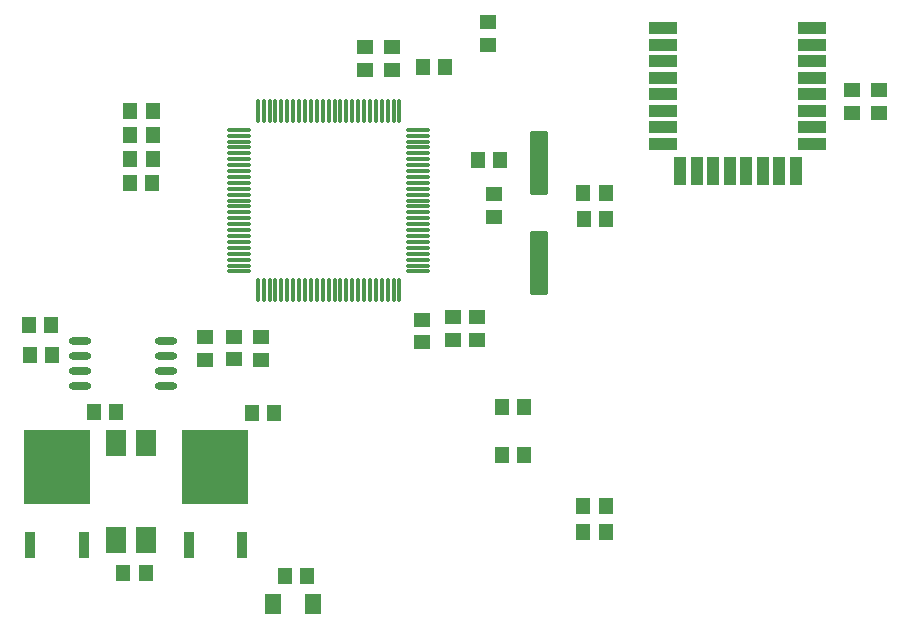
<source format=gbp>
G04*
G04 #@! TF.GenerationSoftware,Altium Limited,Altium Designer,20.2.6 (244)*
G04*
G04 Layer_Color=128*
%FSTAX24Y24*%
%MOIN*%
G70*
G04*
G04 #@! TF.SameCoordinates,20AB1978-7CCD-4664-BF1E-2587ED644C09*
G04*
G04*
G04 #@! TF.FilePolarity,Positive*
G04*
G01*
G75*
%ADD25R,0.0551X0.0472*%
%ADD33R,0.0472X0.0551*%
%ADD104O,0.0118X0.0827*%
%ADD105O,0.0827X0.0118*%
%ADD106R,0.0531X0.0709*%
%ADD107O,0.0748X0.0256*%
%ADD108R,0.0394X0.0965*%
%ADD109R,0.0965X0.0394*%
%ADD110R,0.2185X0.2480*%
%ADD111R,0.0354X0.0886*%
%ADD112R,0.0669X0.0866*%
G04:AMPARAMS|DCode=113|XSize=216.5mil|YSize=59.1mil|CornerRadius=7.4mil|HoleSize=0mil|Usage=FLASHONLY|Rotation=90.000|XOffset=0mil|YOffset=0mil|HoleType=Round|Shape=RoundedRectangle|*
%AMROUNDEDRECTD113*
21,1,0.2165,0.0443,0,0,90.0*
21,1,0.2018,0.0591,0,0,90.0*
1,1,0.0148,0.0221,0.1009*
1,1,0.0148,0.0221,-0.1009*
1,1,0.0148,-0.0221,-0.1009*
1,1,0.0148,-0.0221,0.1009*
%
%ADD113ROUNDEDRECTD113*%
D25*
X022401Y011362D02*
D03*
Y010614D02*
D03*
X01515Y010789D02*
D03*
Y010041D02*
D03*
X016119Y010043D02*
D03*
Y010791D02*
D03*
X037611Y019022D02*
D03*
Y018274D02*
D03*
X036731Y019022D02*
D03*
Y018274D02*
D03*
X02461Y021288D02*
D03*
Y02054D02*
D03*
X021399Y020456D02*
D03*
Y019708D02*
D03*
X024806Y015546D02*
D03*
Y014798D02*
D03*
X02342Y010704D02*
D03*
Y011452D02*
D03*
X024231Y010704D02*
D03*
Y011452D02*
D03*
X020484Y020452D02*
D03*
Y019704D02*
D03*
X01703Y010788D02*
D03*
Y01004D02*
D03*
D33*
X012192Y008306D02*
D03*
X011444D02*
D03*
X01243Y00291D02*
D03*
X013178D02*
D03*
X017472Y008266D02*
D03*
X016724D02*
D03*
X017824Y002836D02*
D03*
X018572D02*
D03*
X009284Y011186D02*
D03*
X010032D02*
D03*
X009314Y010179D02*
D03*
X010062D02*
D03*
X025058Y006874D02*
D03*
X025806D02*
D03*
X025808Y00845D02*
D03*
X02506D02*
D03*
X027774Y004306D02*
D03*
X028522D02*
D03*
X027772Y00515D02*
D03*
X02852D02*
D03*
X022414Y019779D02*
D03*
X023162D02*
D03*
X025006Y016701D02*
D03*
X024258D02*
D03*
X028537Y01471D02*
D03*
X027789D02*
D03*
X028522Y015589D02*
D03*
X027774D02*
D03*
X012674Y017539D02*
D03*
X013422D02*
D03*
X012674Y018339D02*
D03*
X013422D02*
D03*
X012664Y016729D02*
D03*
X013412D02*
D03*
X01265Y01593D02*
D03*
X013398D02*
D03*
D104*
X019477Y018332D02*
D03*
X019674D02*
D03*
X021445Y012348D02*
D03*
Y018332D02*
D03*
X021642D02*
D03*
X021249D02*
D03*
X021052D02*
D03*
X020855D02*
D03*
X020658D02*
D03*
X020461D02*
D03*
X020264D02*
D03*
X020067D02*
D03*
X019871D02*
D03*
X01928D02*
D03*
X019083D02*
D03*
X018886D02*
D03*
X018689D02*
D03*
X018493D02*
D03*
X018296D02*
D03*
X018099D02*
D03*
X017902D02*
D03*
X017705D02*
D03*
X017508D02*
D03*
X017312D02*
D03*
X017115D02*
D03*
X016918D02*
D03*
Y012348D02*
D03*
X017115D02*
D03*
X017312D02*
D03*
X017508D02*
D03*
X017705D02*
D03*
X017902D02*
D03*
X018099D02*
D03*
X018296D02*
D03*
X018493D02*
D03*
X018689D02*
D03*
X018886D02*
D03*
X019083D02*
D03*
X01928D02*
D03*
X019477D02*
D03*
X019674D02*
D03*
X019871D02*
D03*
X020067D02*
D03*
X020264D02*
D03*
X020461D02*
D03*
X020658D02*
D03*
X020855D02*
D03*
X021052D02*
D03*
X021249D02*
D03*
X021642D02*
D03*
D105*
X022272Y015931D02*
D03*
X016288Y017505D02*
D03*
Y017702D02*
D03*
Y017308D02*
D03*
Y017112D02*
D03*
Y016915D02*
D03*
Y016718D02*
D03*
Y016521D02*
D03*
Y016324D02*
D03*
Y016127D02*
D03*
Y015931D02*
D03*
Y015734D02*
D03*
Y015537D02*
D03*
Y01534D02*
D03*
Y015143D02*
D03*
Y014946D02*
D03*
Y014749D02*
D03*
Y014553D02*
D03*
Y014356D02*
D03*
Y014159D02*
D03*
Y013962D02*
D03*
Y013765D02*
D03*
Y013568D02*
D03*
Y013371D02*
D03*
Y013175D02*
D03*
Y012978D02*
D03*
X022272D02*
D03*
Y013175D02*
D03*
Y013371D02*
D03*
Y013568D02*
D03*
Y013765D02*
D03*
Y013962D02*
D03*
Y014159D02*
D03*
Y014356D02*
D03*
Y014553D02*
D03*
Y014749D02*
D03*
Y014946D02*
D03*
Y015143D02*
D03*
Y01534D02*
D03*
Y015537D02*
D03*
Y015734D02*
D03*
Y016127D02*
D03*
Y016324D02*
D03*
Y016521D02*
D03*
Y016718D02*
D03*
Y016915D02*
D03*
Y017112D02*
D03*
Y017308D02*
D03*
Y017505D02*
D03*
Y017702D02*
D03*
D106*
X017441Y00188D02*
D03*
X018759D02*
D03*
D107*
X010983Y00916D02*
D03*
Y00966D02*
D03*
Y01016D02*
D03*
Y01066D02*
D03*
X013857Y00916D02*
D03*
Y00966D02*
D03*
Y01016D02*
D03*
Y01066D02*
D03*
D108*
X034851Y016324D02*
D03*
X0343D02*
D03*
X033748D02*
D03*
X033197D02*
D03*
X032646D02*
D03*
X032095D02*
D03*
X031544D02*
D03*
X030993D02*
D03*
D109*
X030443Y021086D02*
D03*
Y020535D02*
D03*
Y019984D02*
D03*
Y019432D02*
D03*
Y018881D02*
D03*
Y01833D02*
D03*
Y017779D02*
D03*
Y017228D02*
D03*
X0354D02*
D03*
Y017779D02*
D03*
Y01833D02*
D03*
Y018881D02*
D03*
Y019432D02*
D03*
Y019984D02*
D03*
Y020535D02*
D03*
Y021086D02*
D03*
D110*
X01023Y006466D02*
D03*
X01551D02*
D03*
D111*
X009332Y003867D02*
D03*
X011128D02*
D03*
X014612D02*
D03*
X016408D02*
D03*
D112*
X01221Y007268D02*
D03*
X01321D02*
D03*
Y00404D02*
D03*
X01221D02*
D03*
D113*
X026296Y016604D02*
D03*
Y013257D02*
D03*
M02*

</source>
